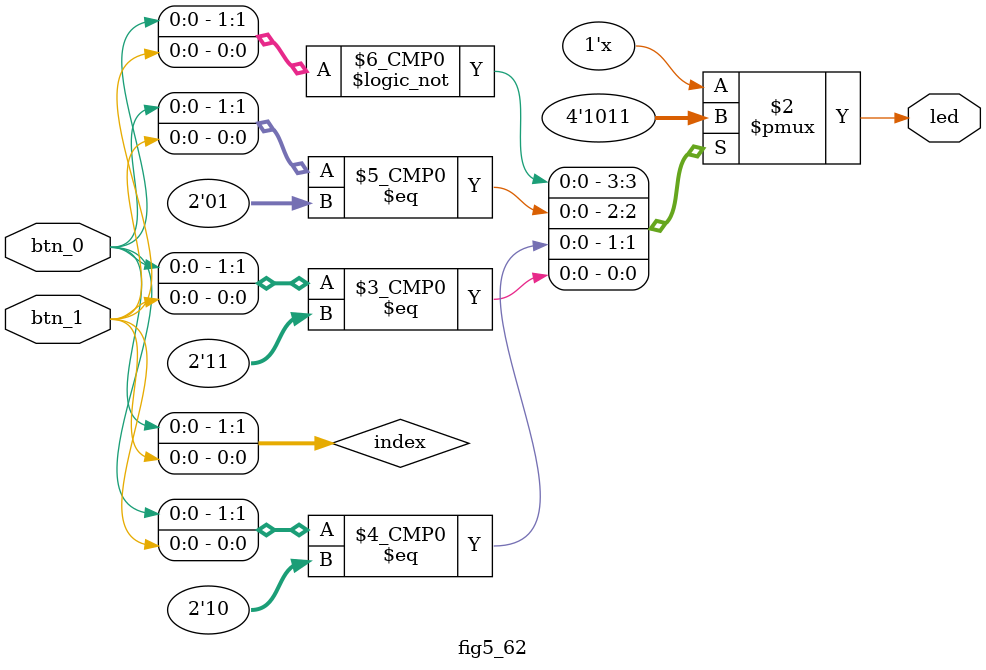
<source format=v>
`timescale 1ns / 1ps


module fig5_62(
    input btn_0,
    input btn_1,
    output reg led
    );

wire [1:0] index;

assign index = {btn_0, btn_1};

always @ (index)
begin
  case (index)
    2'b00   : led = 1;
    2'b01   : led = 0;
    2'b10   : led = 1;
    2'b11   : led = 1;
    default : led = 0;
  endcase
end

endmodule

</source>
